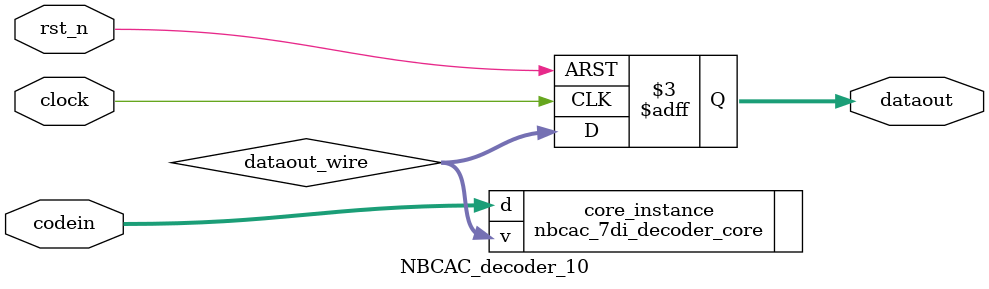
<source format=v>
module NBCAC_decoder_10(
    input wire clock,
    input wire rst_n,
    output reg [6:0] dataout,
    input wire [10:1] codein
);

    wire [6:0] dataout_wire;

    nbcac_7di_decoder_core core_instance(
        .v(dataout_wire),
        .d(codein)
    );

    //sync
    always @(posedge clock or negedge rst_n) begin
        if (~rst_n) begin
            dataout <= 0;
        end
        else begin
            dataout <= dataout_wire;
        end
    end

endmodule
</source>
